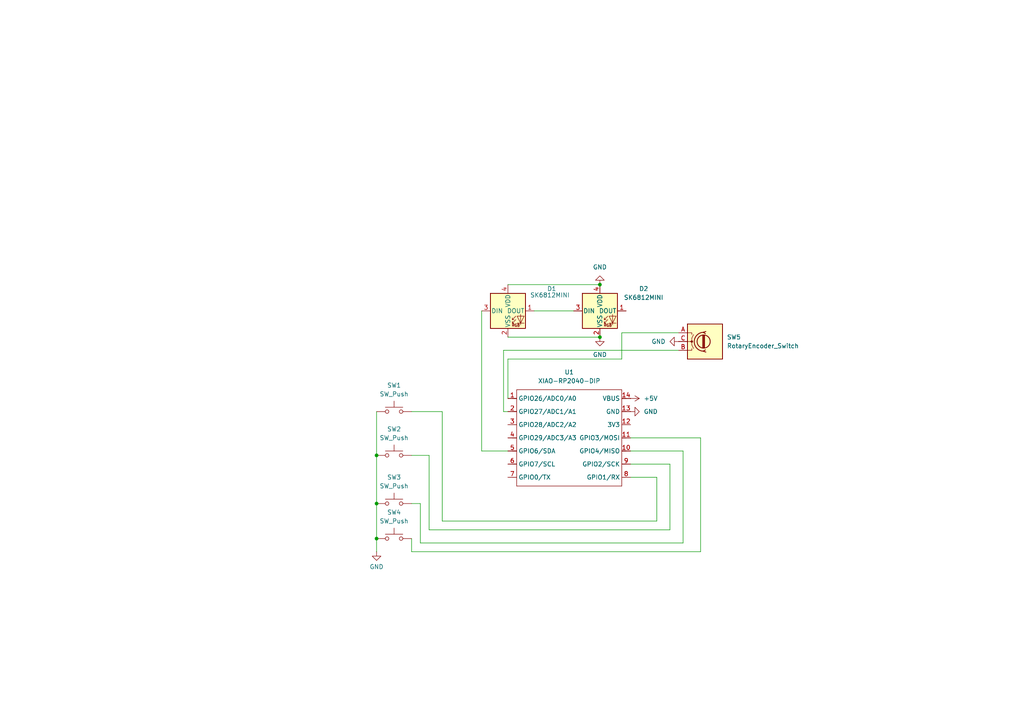
<source format=kicad_sch>
(kicad_sch (version 20250114) (generator "eeschema") (generator_version "9.0")
  (paper "A4")
  (lib_symbols
    (symbol "Device:RotaryEncoder" (pin_names (offset 0.254) (hide yes))
      (property "Reference" "SW" (at 0 6.604 0))
      (property "Value" "RotaryEncoder" (at 0 -6.604 0))
      (symbol "RotaryEncoder_0_1"
        (rectangle (start -5.08 5.08) (end 5.08 -5.08) (stroke (width 0.254)) (fill (type background)))
        (polyline (pts (xy -5.08 2.54) (xy -3.81 2.54) (xy -3.81 2.032)))
        (polyline (pts (xy -5.08 0) (xy -3.81 0) (xy -3.81 -1.016) (xy -3.302 -2.032)))
        (polyline (pts (xy -5.08 -2.54) (xy -3.81 -2.54) (xy -3.81 -2.032)))
        (polyline (pts (xy -4.318 0) (xy -3.81 0) (xy -3.81 1.016) (xy -3.302 2.032)))
        (circle (center -3.81 0) (radius 0.254) (fill (type outline)))
        (polyline (pts (xy -0.635 -1.778) (xy -0.635 1.778)) (stroke (width 0.254)))
        (circle (center -0.381 0) (radius 1.905) (stroke (width 0.254)))
        (polyline (pts (xy -0.381 -1.778) (xy -0.381 1.778)) (stroke (width 0.254)))
        (arc (start -0.381 -2.794) (mid -3.0988 -0.0635) (end -0.381 2.667) (stroke (width 0.254)))
        (polyline (pts (xy -0.127 1.778) (xy -0.127 -1.778)) (stroke (width 0.254)))
        (polyline (pts (xy 0.254 2.921) (xy -0.508 2.667) (xy 0.127 2.286)) (stroke (width 0.254)))
        (polyline (pts (xy 0.254 -3.048) (xy -0.508 -2.794) (xy 0.127 -2.413)) (stroke (width 0.254)))
      )
      (symbol "RotaryEncoder_1_1"
        (pin passive line (at -7.62 2.54 0) (length 2.54) (name "A") (number "A"))
        (pin passive line (at -7.62 0 0) (length 2.54) (name "C") (number "C"))
        (pin passive line (at -7.62 -2.54 0) (length 2.54) (name "B") (number "B"))
      )
    )
    (symbol "LED:SK6812MINI" (pin_names (offset 0.254))
      (property "Reference" "D" (at 5.08 5.715 0))
      (property "Value" "SK6812MINI" (at 1.27 -5.715 0))
      (symbol "SK6812MINI_0_0"
        (text "RGB" (at 2.286 -4.191 0) (effects (font (size 0.762 0.762))))
      )
      (symbol "SK6812MINI_0_1"
        (polyline (pts (xy 1.27 -2.54) (xy 1.778 -2.54)))
        (polyline (pts (xy 1.27 -3.556) (xy 1.778 -3.556)))
        (polyline (pts (xy 2.286 -1.524) (xy 1.27 -2.54) (xy 1.27 -2.032)))
        (polyline (pts (xy 2.286 -2.54) (xy 1.27 -3.556) (xy 1.27 -3.048)))
        (polyline (pts (xy 3.683 -1.016) (xy 3.683 -3.556) (xy 3.683 -4.064)))
        (polyline (pts (xy 4.699 -1.524) (xy 2.667 -1.524) (xy 3.683 -3.556) (xy 4.699 -1.524)))
        (polyline (pts (xy 4.699 -3.556) (xy 2.667 -3.556)))
        (rectangle (start 5.08 5.08) (end -5.08 -5.08) (stroke (width 0.254)) (fill (type background)))
      )
      (symbol "SK6812MINI_1_1"
        (pin input line (at -7.62 0 0) (length 2.54) (name "DIN") (number "3"))
        (pin power_in line (at 0 7.62 270) (length 2.54) (name "VDD") (number "4"))
        (pin power_in line (at 0 -7.62 90) (length 2.54) (name "VSS") (number "2"))
        (pin output line (at 7.62 0 180) (length 2.54) (name "DOUT") (number "1"))
      )
    )
    (symbol "Switch:SW_Push" (pin_numbers (hide yes)) (pin_names (offset 1.016) (hide yes))
      (property "Reference" "SW" (at 1.27 2.54 0))
      (property "Value" "SW_Push" (at 0 -1.524 0))
      (symbol "SW_Push_0_1"
        (circle (center -2.032 0) (radius 0.508))
        (polyline (pts (xy 0 1.27) (xy 0 3.048)))
        (circle (center 2.032 0) (radius 0.508))
        (polyline (pts (xy 2.54 1.27) (xy -2.54 1.27)))
        (pin passive line (at -5.08 0 0) (length 2.54) (name "1") (number "1"))
        (pin passive line (at 5.08 0 180) (length 2.54) (name "2") (number "2"))
      )
    )
    (symbol "hackpad:XIAO-RP2040-DIP"
      (property "Reference" "U" (at 0 0 0))
      (property "Value" "XIAO-RP2040-DIP" (at 5.334 -1.778 0))
      (symbol "XIAO-RP2040-DIP_1_0"
        (polyline (pts (xy -1.27 -2.54) (xy 29.21 -2.54)) (stroke (width 0.1524)))
        (polyline (pts (xy -1.27 -5.08) (xy -2.54 -5.08)) (stroke (width 0.1524)))
        (polyline (pts (xy -1.27 -5.08) (xy -1.27 -2.54)) (stroke (width 0.1524)))
        (polyline (pts (xy -1.27 -8.89) (xy -2.54 -8.89)) (stroke (width 0.1524)))
        (polyline (pts (xy -1.27 -8.89) (xy -1.27 -5.08)) (stroke (width 0.1524)))
        (polyline (pts (xy -1.27 -12.7) (xy -2.54 -12.7)) (stroke (width 0.1524)))
        (polyline (pts (xy -1.27 -12.7) (xy -1.27 -8.89)) (stroke (width 0.1524)))
        (polyline (pts (xy -1.27 -16.51) (xy -2.54 -16.51)) (stroke (width 0.1524)))
        (polyline (pts (xy -1.27 -16.51) (xy -1.27 -12.7)) (stroke (width 0.1524)))
        (polyline (pts (xy -1.27 -20.32) (xy -2.54 -20.32)) (stroke (width 0.1524)))
        (polyline (pts (xy -1.27 -24.13) (xy -2.54 -24.13)) (stroke (width 0.1524)))
        (polyline (pts (xy -1.27 -27.94) (xy -2.54 -27.94)) (stroke (width 0.1524)))
        (polyline (pts (xy -1.27 -30.48) (xy -1.27 -16.51)) (stroke (width 0.1524)))
        (polyline (pts (xy 29.21 -2.54) (xy 29.21 -5.08)) (stroke (width 0.1524)))
        (polyline (pts (xy 29.21 -5.08) (xy 29.21 -8.89)) (stroke (width 0.1524)))
        (polyline (pts (xy 29.21 -8.89) (xy 29.21 -12.7)) (stroke (width 0.1524)))
        (polyline (pts (xy 29.21 -12.7) (xy 29.21 -30.48)) (stroke (width 0.1524)))
        (polyline (pts (xy 29.21 -30.48) (xy -1.27 -30.48)) (stroke (width 0.1524)))
        (polyline (pts (xy 30.48 -5.08) (xy 29.21 -5.08)) (stroke (width 0.1524)))
        (polyline (pts (xy 30.48 -8.89) (xy 29.21 -8.89)) (stroke (width 0.1524)))
        (polyline (pts (xy 30.48 -12.7) (xy 29.21 -12.7)) (stroke (width 0.1524)))
        (polyline (pts (xy 30.48 -16.51) (xy 29.21 -16.51)) (stroke (width 0.1524)))
        (polyline (pts (xy 30.48 -20.32) (xy 29.21 -20.32)) (stroke (width 0.1524)))
        (polyline (pts (xy 30.48 -24.13) (xy 29.21 -24.13)) (stroke (width 0.1524)))
        (polyline (pts (xy 30.48 -27.94) (xy 29.21 -27.94)) (stroke (width 0.1524)))
        (pin passive line (at -3.81 -5.08 0) (length 2.54) (name "GPIO26/ADC0/A0") (number "1"))
        (pin passive line (at -3.81 -8.89 0) (length 2.54) (name "GPIO27/ADC1/A1") (number "2"))
        (pin passive line (at -3.81 -12.7 0) (length 2.54) (name "GPIO28/ADC2/A2") (number "3"))
        (pin passive line (at -3.81 -16.51 0) (length 2.54) (name "GPIO29/ADC3/A3") (number "4"))
        (pin passive line (at -3.81 -20.32 0) (length 2.54) (name "GPIO6/SDA") (number "5"))
        (pin passive line (at -3.81 -24.13 0) (length 2.54) (name "GPIO7/SCL") (number "6"))
        (pin passive line (at -3.81 -27.94 0) (length 2.54) (name "GPIO0/TX") (number "7"))
        (pin passive line (at 31.75 -5.08 180) (length 2.54) (name "VBUS") (number "14"))
        (pin passive line (at 31.75 -8.89 180) (length 2.54) (name "GND") (number "13"))
        (pin passive line (at 31.75 -12.7 180) (length 2.54) (name "3V3") (number "12"))
        (pin passive line (at 31.75 -16.51 180) (length 2.54) (name "GPIO3/MOSI") (number "11"))
        (pin passive line (at 31.75 -20.32 180) (length 2.54) (name "GPIO4/MISO") (number "10"))
        (pin passive line (at 31.75 -24.13 180) (length 2.54) (name "GPIO2/SCK") (number "9"))
        (pin passive line (at 31.75 -27.94 180) (length 2.54) (name "GPIO1/RX") (number "8"))
      )
    )
    (symbol "power:+5V" (power) (pin_numbers (hide yes)) (pin_names (offset 0) (hide yes))
      (property "Value" "+5V" (at 0 3.556 0))
      (symbol "+5V_0_1"
        (polyline (pts (xy -0.762 1.27) (xy 0 2.54)))
        (polyline (pts (xy 0 2.54) (xy 0.762 1.27)))
        (polyline (pts (xy 0 0) (xy 0 2.54)))
      )
      (symbol "+5V_1_1"
        (pin power_in line (at 0 0 90) (length 0) (name "~") (number "1"))
      )
    )
    (symbol "power:GND" (power) (pin_numbers (hide yes)) (pin_names (offset 0) (hide yes))
      (property "Value" "GND" (at 0 -3.81 0))
      (symbol "GND_0_1"
        (polyline (pts (xy 0 0) (xy 0 -1.27) (xy 1.27 -1.27) (xy 0 -2.54) (xy -1.27 -1.27) (xy 0 -1.27)))
      )
      (symbol "GND_1_1"
        (pin power_in line (at 0 0 270) (length 0) (name "~") (number "1"))
      )
    )
  )
  (junction (at 109.22 156.21))
  (junction (at 109.22 146.05))
  (junction (at 109.22 132.08))
  (junction (at 173.99 82.55))
  (junction (at 173.99 97.79))
  (wire (pts (xy 119.38 119.38) (xy 128.27 119.38)))
  (wire (pts (xy 182.88 127) (xy 203.2 127)))
  (wire (pts (xy 194.31 153.67) (xy 124.46 153.67)))
  (wire (pts (xy 119.38 156.21) (xy 119.38 160.02)))
  (wire (pts (xy 203.2 127) (xy 203.2 160.02)))
  (wire (pts (xy 190.5 138.43) (xy 190.5 151.13)))
  (wire (pts (xy 147.32 104.14) (xy 147.32 115.57)))
  (wire (pts (xy 128.27 151.13) (xy 128.27 119.38)))
  (wire (pts (xy 203.2 160.02) (xy 119.38 160.02)))
  (wire (pts (xy 147.32 97.79) (xy 173.99 97.79)))
  (wire (pts (xy 146.05 119.38) (xy 147.32 119.38)))
  (wire (pts (xy 190.5 151.13) (xy 128.27 151.13)))
  (wire (pts (xy 109.22 146.05) (xy 109.22 156.21)))
  (wire (pts (xy 196.85 96.52) (xy 180.34 96.52)))
  (wire (pts (xy 109.22 156.21) (xy 109.22 160.02)))
  (wire (pts (xy 198.12 157.48) (xy 121.92 157.48)))
  (wire (pts (xy 139.7 130.81) (xy 147.32 130.81)))
  (wire (pts (xy 147.32 82.55) (xy 173.99 82.55)))
  (wire (pts (xy 119.38 132.08) (xy 124.46 132.08)))
  (wire (pts (xy 182.88 138.43) (xy 190.5 138.43)))
  (wire (pts (xy 194.31 134.62) (xy 194.31 153.67)))
  (wire (pts (xy 182.88 130.81) (xy 198.12 130.81)))
  (wire (pts (xy 124.46 153.67) (xy 124.46 132.08)))
  (wire (pts (xy 119.38 146.05) (xy 121.92 146.05)))
  (wire (pts (xy 166.37 90.17) (xy 154.94 90.17)))
  (wire (pts (xy 146.05 101.6) (xy 146.05 119.38)))
  (wire (pts (xy 198.12 130.81) (xy 198.12 157.48)))
  (wire (pts (xy 180.34 96.52) (xy 180.34 104.14)))
  (wire (pts (xy 121.92 157.48) (xy 121.92 146.05)))
  (wire (pts (xy 109.22 119.38) (xy 109.22 132.08)))
  (wire (pts (xy 182.88 134.62) (xy 194.31 134.62)))
  (wire (pts (xy 180.34 104.14) (xy 147.32 104.14)))
  (wire (pts (xy 139.7 90.17) (xy 139.7 130.81)))
  (wire (pts (xy 196.85 101.6) (xy 146.05 101.6)))
  (wire (pts (xy 109.22 132.08) (xy 109.22 146.05)))
  (symbol (lib_id "Switch:SW_Push") (at 114.3 132.08 0) (unit 1)
    (property "Reference" "SW2" (at 114.3 124.46 0))
    (property "Value" "SW_Push" (at 114.3 127 0))
    (property "Footprint" "Button_Switch_Keyboard:SW_Cherry_MX_1.00u_PCB" (effects (hide yes)))
    (property "Description" "Push button switch, generic, two pins" (effects (hide yes)))
  )
  (symbol (lib_id "LED:SK6812MINI") (at 173.99 90.17 0) (unit 1)
    (property "Reference" "D2" (at 186.69 83.7498 0))
    (property "Value" "SK6812MINI" (at 186.69 86.2898 0))
    (property "Footprint" "LED_SMD:LED_SK6812MINI_PLCC4_3.5x3.5mm_P1.75mm" (effects (hide yes)))
    (property "Datasheet" "https://cdn-shop.adafruit.com/product-files/2686/SK6812MINI_REV.01-1-2.pdf" (effects (hide yes)))
    (property "Description" "RGB LED with integrated controller" (effects (hide yes)))
  )
  (symbol (lib_id "Switch:SW_Push") (at 114.3 146.05 0) (unit 1)
    (property "Reference" "SW3" (at 114.3 138.43 0))
    (property "Value" "SW_Push" (at 114.3 140.97 0))
    (property "Footprint" "Button_Switch_Keyboard:SW_Cherry_MX_1.00u_PCB" (effects (hide yes)))
    (property "Description" "Push button switch, generic, two pins" (effects (hide yes)))
  )
  (symbol (lib_id "LED:SK6812MINI") (at 147.32 90.17 0) (unit 1)
    (property "Reference" "D1" (at 160.02 83.7498 0))
    (property "Value" "SK6812MINI" (at 159.512 85.598 0))
    (property "Footprint" "LED_SMD:LED_SK6812MINI_PLCC4_3.5x3.5mm_P1.75mm" (effects (hide yes)))
    (property "Datasheet" "https://cdn-shop.adafruit.com/product-files/2686/SK6812MINI_REV.01-1-2.pdf" (effects (hide yes)))
    (property "Description" "RGB LED with integrated controller" (effects (hide yes)))
  )
  (symbol (lib_id "power:GND") (at 182.88 119.38 90) (unit 1)
    (property "Reference" "#PWR04" (effects (hide yes)))
    (property "Value" "GND" (at 186.69 119.3799 90) (effects (justify right)))
    (property "Description" "Power symbol creates a global label with name \"GND\" , ground" (effects (hide yes)))
  )
  (symbol (lib_id "Switch:SW_Push") (at 114.3 119.38 0) (unit 1)
    (property "Reference" "SW1" (at 114.3 111.76 0))
    (property "Value" "SW_Push" (at 114.3 114.3 0))
    (property "Footprint" "Button_Switch_Keyboard:SW_Cherry_MX_1.00u_PCB" (effects (hide yes)))
    (property "Description" "Push button switch, generic, two pins" (effects (hide yes)))
  )
  (symbol (lib_id "power:GND") (at 109.22 160.02 0) (unit 1)
    (property "Reference" "#PWR03" (effects (hide yes)))
    (property "Value" "GND" (at 109.22 164.3964 0))
    (property "Description" "Power symbol creates a global label with name \"GND\" , ground" (effects (hide yes)))
  )
  (symbol (lib_id "Switch:SW_Push") (at 114.3 156.21 0) (unit 1)
    (property "Reference" "SW4" (at 114.3 148.59 0))
    (property "Value" "SW_Push" (at 114.3 151.13 0))
    (property "Footprint" "Button_Switch_Keyboard:SW_Cherry_MX_1.00u_PCB" (effects (hide yes)))
    (property "Description" "Push button switch, generic, two pins" (effects (hide yes)))
  )
  (symbol (lib_id "power:GND") (at 173.99 97.79 0) (unit 1)
    (property "Reference" "#PWR02" (effects (hide yes)))
    (property "Value" "GND" (at 173.99 102.87 0))
    (property "Description" "Power symbol creates a global label with name \"GND\" , ground" (effects (hide yes)))
  )
  (symbol (lib_id "hackpad:XIAO-RP2040-DIP") (at 151.13 110.49 0) (unit 1)
    (property "Reference" "U1" (at 165.1 107.95 0))
    (property "Value" "XIAO-RP2040-DIP" (at 165.1 110.49 0))
    (property "Footprint" "hackpad:XIAO-RP2040-DIP" (effects (hide yes)))
  )
  (symbol (lib_id "Device:RotaryEncoder") (at 204.47 99.06 0) (unit 1)
    (property "Reference" "SW5" (at 210.82 97.7899 0) (effects (justify left)))
    (property "Value" "RotaryEncoder_Switch" (at 210.82 100.3299 0) (effects (justify left)))
    (property "Footprint" "ec11:RotaryEncoder_Alps_EC11E_Vertical_H20mm" (effects (hide yes)))
    (property "Description" "Rotary encoder, dual channel, incremental quadrate outputs" (effects (hide yes)))
  )
  (symbol (lib_id "power:+5V") (at 182.88 115.57 270) (unit 1)
    (property "Reference" "#PWR05" (effects (hide yes)))
    (property "Value" "+5V" (at 186.69 115.5699 90) (effects (justify left)))
    (property "Description" "Power symbol creates a global label with name \"+5V\"" (effects (hide yes)))
  )
  (symbol (lib_id "power:GND") (at 173.99 82.55 180) (unit 1)
    (property "Reference" "#PWR01" (effects (hide yes)))
    (property "Value" "GND" (at 173.99 77.47 0))
    (property "Description" "Power symbol creates a global label with name \"GND\" , ground" (effects (hide yes)))
  )
  (symbol (lib_id "power:GND") (at 196.85 99.06 270) (unit 1)
    (property "Reference" "#PWR06" (effects (hide yes)))
    (property "Value" "GND" (at 193.04 99.0599 90) (effects (justify right)))
    (property "Description" "Power symbol creates a global label with name \"GND\" , ground" (effects (hide yes)))
  )
)
</source>
